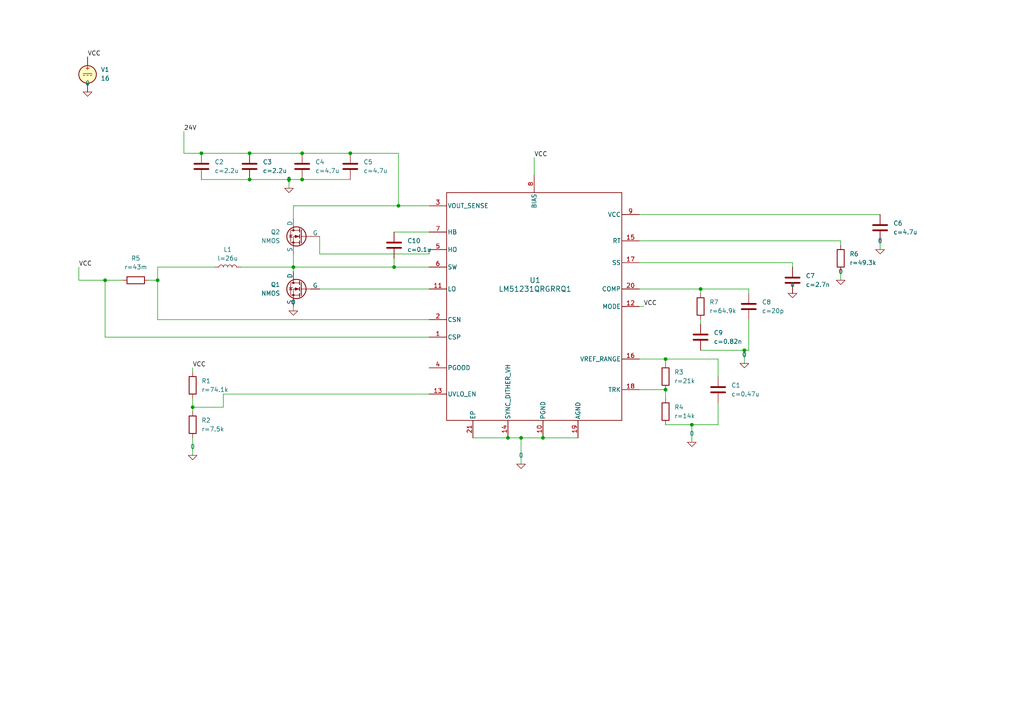
<source format=kicad_sch>
(kicad_sch (version 20231120) (generator "eeschema") (generator_version "8.0")
  (paper "A4")
  (lib_symbols
    (symbol "Device:C" (pin_numbers hide) (pin_names (offset 0.254))
      (property "Reference" "C" (at 0.635 2.54 0))
      (property "Value" "C" (at 0.635 -2.54 0))
      (symbol "C_0_1"
        (polyline (pts (xy -2.032 -0.762) (xy 2.032 -0.762)) (stroke (width 0.508)))
        (polyline (pts (xy -2.032 0.762) (xy 2.032 0.762)) (stroke (width 0.508)))
      )
      (symbol "C_1_1"
        (pin passive line (at 0 3.81 270) (length 2.794) (name "~") (number "1"))
        (pin passive line (at 0 -3.81 90) (length 2.794) (name "~") (number "2"))
      )
    )
    (symbol "Device:L" (pin_numbers hide) (pin_names (offset 1.016) hide)
      (property "Reference" "L" (at -1.27 0 90))
      (property "Value" "L" (at 1.905 0 90))
      (symbol "L_0_1"
        (arc (start 0 -2.54) (mid 0.6323 -1.905) (end 0 -1.27))
        (arc (start 0 -1.27) (mid 0.6323 -0.635) (end 0 0))
        (arc (start 0 0) (mid 0.6323 0.635) (end 0 1.27))
        (arc (start 0 1.27) (mid 0.6323 1.905) (end 0 2.54))
      )
      (symbol "L_1_1"
        (pin passive line (at 0 3.81 270) (length 1.27) (name "1") (number "1"))
        (pin passive line (at 0 -3.81 90) (length 1.27) (name "2") (number "2"))
      )
    )
    (symbol "Device:R" (pin_numbers hide) (pin_names (offset 0))
      (property "Reference" "R" (at 2.032 0 90))
      (property "Value" "R" (at 0 0 90))
      (symbol "R_0_1"
        (rectangle (start -1.016 -2.54) (end 1.016 2.54) (stroke (width 0.254)))
      )
      (symbol "R_1_1"
        (pin passive line (at 0 3.81 270) (length 1.27) (name "~") (number "1"))
        (pin passive line (at 0 -3.81 90) (length 1.27) (name "~") (number "2"))
      )
    )
    (symbol "LM51231QRGRRQ1:LM51231QRGRRQ1" (pin_names (offset 0.254))
      (property "Reference" "U1" (at 30.734 -20.32 0))
      (property "Value" "LM51231QRGRRQ1" (at 30.734 -22.86 0))
      (symbol "LM51231QRGRRQ1_0_1"
        (polyline (pts (xy 5.08 -60.96) (xy 55.88 -60.96)) (stroke (width 0.2032)))
        (polyline (pts (xy 5.08 5.08) (xy 5.08 -60.96)) (stroke (width 0.2032)))
        (polyline (pts (xy 55.88 -60.96) (xy 55.88 5.08)) (stroke (width 0.2032)))
        (polyline (pts (xy 55.88 5.08) (xy 5.08 5.08)) (stroke (width 0.2032)))
        (pin unspecified line (at 0 -36.83 0) (length 5.08) (name "CSP") (number "1"))
        (pin power_in line (at 33.02 -66.04 90) (length 5.08) (name "PGND") (number "10"))
        (pin output line (at 0 -22.86 0) (length 5.08) (name "LO") (number "11"))
        (pin unspecified line (at 60.96 -27.94 180) (length 5.08) (name "MODE") (number "12"))
        (pin input line (at 0 -53.34 0) (length 5.08) (name "UVLO_EN") (number "13"))
        (pin unspecified line (at 22.86 -66.04 90) (length 5.08) (name "SYNC_DITHER_VH") (number "14"))
        (pin unspecified line (at 60.96 -8.89 180) (length 5.08) (name "RT") (number "15"))
        (pin unspecified line (at 60.96 -43.18 180) (length 5.08) (name "VREF_RANGE") (number "16"))
        (pin unspecified line (at 60.96 -15.24 180) (length 5.08) (name "SS") (number "17"))
        (pin unspecified line (at 60.96 -52.07 180) (length 5.08) (name "TRK") (number "18"))
        (pin power_in line (at 43.18 -66.04 90) (length 5.08) (name "AGND") (number "19"))
        (pin unspecified line (at 0 -31.75 0) (length 5.08) (name "CSN") (number "2"))
        (pin unspecified line (at 60.96 -22.86 180) (length 5.08) (name "COMP") (number "20"))
        (pin unspecified line (at 12.7 -66.04 90) (length 5.08) (name "EP") (number "21"))
        (pin power_in line (at 0 1.27 0) (length 5.08) (name "VOUT_SENSE") (number "3"))
        (pin open_collector line (at 0 -45.72 0) (length 5.08) (name "PGOOD") (number "4"))
        (pin output line (at 0 -11.43 0) (length 5.08) (name "HO") (number "5"))
        (pin unspecified line (at 0 -16.51 0) (length 5.08) (name "SW") (number "6"))
        (pin unspecified line (at 0 -6.35 0) (length 5.08) (name "HB") (number "7"))
        (pin unspecified line (at 30.48 10.16 270) (length 5.08) (name "BIAS") (number "8"))
        (pin power_in line (at 60.96 -1.27 180) (length 5.08) (name "VCC") (number "9"))
      )
    )
    (symbol "Simulation_SPICE:0" (power) (pin_numbers hide) (pin_names (offset 0) hide)
      (property "Value" "0" (at 0 -2.54 0))
      (symbol "0_0_1"
        (polyline (pts (xy -1.27 0) (xy 0 -1.27) (xy 1.27 0) (xy -1.27 0)))
      )
      (symbol "0_1_1"
        (pin power_in line (at 0 0 0) (length 0) (name "~") (number "1"))
      )
    )
    (symbol "Simulation_SPICE:NMOS" (pin_numbers hide) (pin_names (offset 0))
      (property "Reference" "Q" (at 5.08 1.27 0))
      (property "Value" "NMOS" (at 5.08 -1.27 0))
      (symbol "NMOS_0_1"
        (polyline (pts (xy 0.254 0) (xy -2.54 0)))
        (polyline (pts (xy 0.254 1.905) (xy 0.254 -1.905)) (stroke (width 0.254)))
        (polyline (pts (xy 0.762 -1.27) (xy 0.762 -2.286)) (stroke (width 0.254)))
        (polyline (pts (xy 0.762 0.508) (xy 0.762 -0.508)) (stroke (width 0.254)))
        (polyline (pts (xy 0.762 2.286) (xy 0.762 1.27)) (stroke (width 0.254)))
        (polyline (pts (xy 2.54 2.54) (xy 2.54 1.778)))
        (polyline (pts (xy 2.54 -2.54) (xy 2.54 0) (xy 0.762 0)))
        (polyline (pts (xy 0.762 -1.778) (xy 3.302 -1.778) (xy 3.302 1.778) (xy 0.762 1.778)))
        (polyline (pts (xy 1.016 0) (xy 2.032 0.381) (xy 2.032 -0.381) (xy 1.016 0)) (fill (type outline)))
        (polyline (pts (xy 2.794 0.508) (xy 2.921 0.381) (xy 3.683 0.381) (xy 3.81 0.254)))
        (polyline (pts (xy 3.302 0.381) (xy 2.921 -0.254) (xy 3.683 -0.254) (xy 3.302 0.381)))
        (circle (center 1.651 0) (radius 2.794) (stroke (width 0.254)))
        (circle (center 2.54 -1.778) (radius 0.254) (fill (type outline)))
        (circle (center 2.54 1.778) (radius 0.254) (fill (type outline)))
      )
      (symbol "NMOS_1_1"
        (pin passive line (at 2.54 5.08 270) (length 2.54) (name "D") (number "1"))
        (pin input line (at -5.08 0 0) (length 2.54) (name "G") (number "2"))
        (pin passive line (at 2.54 -5.08 90) (length 2.54) (name "S") (number "3"))
      )
    )
    (symbol "Simulation_SPICE:VDC" (pin_numbers hide) (pin_names (offset 0.0254))
      (property "Reference" "V" (at 2.54 2.54 0))
      (property "Value" "1" (at 2.54 0 0))
      (symbol "VDC_0_0"
        (polyline (pts (xy -1.27 0.254) (xy 1.27 0.254)))
        (polyline (pts (xy -0.762 -0.254) (xy -1.27 -0.254)))
        (polyline (pts (xy 0.254 -0.254) (xy -0.254 -0.254)))
        (polyline (pts (xy 1.27 -0.254) (xy 0.762 -0.254)))
        (text "+" (at 0 1.905 0) (effects (font (size 1.27 1.27))))
      )
      (symbol "VDC_0_1"
        (circle (center 0 0) (radius 2.54) (stroke (width 0.254)) (fill (type background)))
      )
      (symbol "VDC_1_1"
        (pin passive line (at 0 5.08 270) (length 2.54) (name "~") (number "1"))
        (pin passive line (at 0 -5.08 90) (length 2.54) (name "~") (number "2"))
      )
    )
  )
  (junction (at 101.6 44.45))
  (junction (at 147.32 127))
  (junction (at 193.04 104.14))
  (junction (at 72.39 52.07))
  (junction (at 83.82 52.07))
  (junction (at 87.63 52.07))
  (junction (at 115.57 59.69))
  (junction (at 58.42 44.45))
  (junction (at 45.72 81.28))
  (junction (at 87.63 44.45))
  (junction (at 157.48 127))
  (junction (at 203.2 83.82))
  (junction (at 193.04 113.03))
  (junction (at 30.48 81.28))
  (junction (at 85.09 77.47))
  (junction (at 55.88 118.11))
  (junction (at 215.9 101.6))
  (junction (at 200.66 123.19))
  (junction (at 151.13 127))
  (junction (at 72.39 44.45))
  (junction (at 114.3 77.47))
  (wire (pts (xy 185.42 104.14) (xy 193.04 104.14)))
  (wire (pts (xy 55.88 127) (xy 55.88 132.08)))
  (wire (pts (xy 87.63 44.45) (xy 101.6 44.45)))
  (wire (pts (xy 30.48 97.79) (xy 30.48 81.28)))
  (wire (pts (xy 203.2 83.82) (xy 217.17 83.82)))
  (wire (pts (xy 53.34 38.1) (xy 53.34 44.45)))
  (wire (pts (xy 92.71 68.58) (xy 92.71 73.66)))
  (wire (pts (xy 151.13 127) (xy 157.48 127)))
  (wire (pts (xy 55.88 118.11) (xy 55.88 119.38)))
  (wire (pts (xy 185.42 76.2) (xy 229.87 76.2)))
  (wire (pts (xy 215.9 101.6) (xy 215.9 105.41)))
  (wire (pts (xy 45.72 92.71) (xy 124.46 92.71)))
  (wire (pts (xy 85.09 77.47) (xy 85.09 78.74)))
  (wire (pts (xy 115.57 44.45) (xy 115.57 59.69)))
  (wire (pts (xy 115.57 59.69) (xy 124.46 59.69)))
  (wire (pts (xy 64.77 118.11) (xy 55.88 118.11)))
  (wire (pts (xy 101.6 44.45) (xy 115.57 44.45)))
  (wire (pts (xy 83.82 52.07) (xy 83.82 54.61)))
  (wire (pts (xy 92.71 73.66) (xy 124.46 73.66)))
  (wire (pts (xy 193.04 123.19) (xy 200.66 123.19)))
  (wire (pts (xy 85.09 77.47) (xy 114.3 77.47)))
  (wire (pts (xy 200.66 123.19) (xy 208.28 123.19)))
  (wire (pts (xy 193.04 113.03) (xy 193.04 115.57)))
  (wire (pts (xy 229.87 77.47) (xy 229.87 76.2)))
  (wire (pts (xy 208.28 109.22) (xy 208.28 104.14)))
  (wire (pts (xy 208.28 123.19) (xy 208.28 116.84)))
  (wire (pts (xy 69.85 77.47) (xy 85.09 77.47)))
  (wire (pts (xy 185.42 88.9) (xy 186.69 88.9)))
  (wire (pts (xy 58.42 52.07) (xy 72.39 52.07)))
  (wire (pts (xy 30.48 81.28) (xy 35.56 81.28)))
  (wire (pts (xy 92.71 83.82) (xy 124.46 83.82)))
  (wire (pts (xy 83.82 52.07) (xy 87.63 52.07)))
  (wire (pts (xy 114.3 74.93) (xy 114.3 77.47)))
  (wire (pts (xy 154.94 45.72) (xy 154.94 50.8)))
  (wire (pts (xy 55.88 115.57) (xy 55.88 118.11)))
  (wire (pts (xy 85.09 59.69) (xy 115.57 59.69)))
  (wire (pts (xy 185.42 69.85) (xy 243.84 69.85)))
  (wire (pts (xy 85.09 88.9) (xy 85.09 90.17)))
  (wire (pts (xy 243.84 69.85) (xy 243.84 71.12)))
  (wire (pts (xy 137.16 127) (xy 147.32 127)))
  (wire (pts (xy 203.2 92.71) (xy 203.2 93.98)))
  (wire (pts (xy 193.04 104.14) (xy 193.04 105.41)))
  (wire (pts (xy 22.86 77.47) (xy 22.86 81.28)))
  (wire (pts (xy 185.42 83.82) (xy 203.2 83.82)))
  (wire (pts (xy 151.13 127) (xy 151.13 134.62)))
  (wire (pts (xy 22.86 81.28) (xy 30.48 81.28)))
  (wire (pts (xy 217.17 92.71) (xy 217.17 101.6)))
  (wire (pts (xy 124.46 97.79) (xy 30.48 97.79)))
  (wire (pts (xy 203.2 101.6) (xy 215.9 101.6)))
  (wire (pts (xy 157.48 127) (xy 167.64 127)))
  (wire (pts (xy 72.39 44.45) (xy 87.63 44.45)))
  (wire (pts (xy 255.27 69.85) (xy 255.27 72.39)))
  (wire (pts (xy 58.42 44.45) (xy 72.39 44.45)))
  (wire (pts (xy 208.28 104.14) (xy 193.04 104.14)))
  (wire (pts (xy 45.72 77.47) (xy 45.72 81.28)))
  (wire (pts (xy 147.32 127) (xy 151.13 127)))
  (wire (pts (xy 243.84 78.74) (xy 243.84 81.28)))
  (wire (pts (xy 124.46 73.66) (xy 124.46 72.39)))
  (wire (pts (xy 185.42 113.03) (xy 193.04 113.03)))
  (wire (pts (xy 87.63 52.07) (xy 101.6 52.07)))
  (wire (pts (xy 45.72 81.28) (xy 45.72 92.71)))
  (wire (pts (xy 114.3 67.31) (xy 124.46 67.31)))
  (wire (pts (xy 215.9 101.6) (xy 217.17 101.6)))
  (wire (pts (xy 64.77 114.3) (xy 64.77 118.11)))
  (wire (pts (xy 53.34 44.45) (xy 58.42 44.45)))
  (wire (pts (xy 114.3 77.47) (xy 124.46 77.47)))
  (wire (pts (xy 62.23 77.47) (xy 45.72 77.47)))
  (wire (pts (xy 124.46 114.3) (xy 64.77 114.3)))
  (wire (pts (xy 72.39 52.07) (xy 83.82 52.07)))
  (wire (pts (xy 43.18 81.28) (xy 45.72 81.28)))
  (wire (pts (xy 203.2 83.82) (xy 203.2 85.09)))
  (wire (pts (xy 85.09 63.5) (xy 85.09 59.69)))
  (wire (pts (xy 185.42 62.23) (xy 255.27 62.23)))
  (wire (pts (xy 200.66 123.19) (xy 200.66 128.27)))
  (wire (pts (xy 55.88 106.68) (xy 55.88 107.95)))
  (wire (pts (xy 85.09 73.66) (xy 85.09 77.47)))
  (wire (pts (xy 217.17 83.82) (xy 217.17 85.09)))
  (label "24V" (at 53.34 38.1 0))
  (label "VCC" (at 22.86 77.47 0))
  (label "VCC" (at 154.94 45.72 0))
  (label "VCC" (at 186.69 88.9 0))
  (label "VCC" (at 25.4 16.51 0))
  (label "VCC" (at 55.88 106.68 0))
  (symbol (lib_id "Device:R") (at 39.37 81.28 90) (unit 1)
    (property "Reference" "R5" (at 39.37 74.93 90))
    (property "Value" "${SIM.PARAMS}" (at 39.37 77.47 90))
    (property "Description" "Resistor" (effects (hide yes)))
    (property "Sim.Device" "R" (effects (hide yes)))
    (property "Sim.Type" "=" (effects (hide yes)))
    (property "Sim.Params" "r=43m" (effects (hide yes)))
    (property "Sim.Pins" "1=+ 2=-" (effects (hide yes)))
  )
  (symbol (lib_id "Simulation_SPICE:0") (at 215.9 105.41 0) (unit 1)
    (property "Reference" "#GND010" (effects (hide yes)))
    (property "Value" "0" (at 215.9 102.87 0))
    (property "Datasheet" "https://ngspice.sourceforge.io/docs/ngspice-html-manual/manual.xhtml#subsec_Circuit_elements__device" (effects (hide yes)))
    (property "Description" "0V reference potential for simulation" (effects (hide yes)))
  )
  (symbol (lib_id "Device:C") (at 208.28 113.03 0) (unit 1)
    (property "Reference" "C1" (at 212.09 111.7599 0) (effects (justify left)))
    (property "Value" "${SIM.PARAMS}" (at 212.09 114.2999 0) (effects (justify left)))
    (property "Description" "Unpolarized capacitor" (effects (hide yes)))
    (property "Sim.Device" "C" (effects (hide yes)))
    (property "Sim.Type" "=" (effects (hide yes)))
    (property "Sim.Params" "c=0.47u" (effects (hide yes)))
    (property "Sim.Pins" "1=+ 2=-" (effects (hide yes)))
  )
  (symbol (lib_id "Device:C") (at 101.6 48.26 0) (unit 1)
    (property "Reference" "C5" (at 105.41 46.9899 0) (effects (justify left)))
    (property "Value" "${SIM.PARAMS}" (at 105.41 49.5299 0) (effects (justify left)))
    (property "Description" "Unpolarized capacitor" (effects (hide yes)))
    (property "Sim.Device" "C" (effects (hide yes)))
    (property "Sim.Type" "=" (effects (hide yes)))
    (property "Sim.Params" "c=4.7u" (effects (hide yes)))
    (property "Sim.Pins" "1=+ 2=-" (effects (hide yes)))
  )
  (symbol (lib_id "Simulation_SPICE:0") (at 55.88 132.08 0) (unit 1)
    (property "Reference" "#GND03" (effects (hide yes)))
    (property "Value" "0" (at 55.88 129.54 0))
    (property "Datasheet" "https://ngspice.sourceforge.io/docs/ngspice-html-manual/manual.xhtml#subsec_Circuit_elements__device" (effects (hide yes)))
    (property "Description" "0V reference potential for simulation" (effects (hide yes)))
  )
  (symbol (lib_id "Device:C") (at 255.27 66.04 0) (unit 1)
    (property "Reference" "C6" (at 259.08 64.7699 0) (effects (justify left)))
    (property "Value" "${SIM.PARAMS}" (at 259.08 67.3099 0) (effects (justify left)))
    (property "Description" "Unpolarized capacitor" (effects (hide yes)))
    (property "Sim.Device" "C" (effects (hide yes)))
    (property "Sim.Type" "=" (effects (hide yes)))
    (property "Sim.Params" "c=4.7u" (effects (hide yes)))
    (property "Sim.Pins" "1=+ 2=-" (effects (hide yes)))
  )
  (symbol (lib_id "Device:C") (at 72.39 48.26 0) (unit 1)
    (property "Reference" "C3" (at 76.2 46.9899 0) (effects (justify left)))
    (property "Value" "${SIM.PARAMS}" (at 76.2 49.5299 0) (effects (justify left)))
    (property "Description" "Unpolarized capacitor" (effects (hide yes)))
    (property "Sim.Device" "C" (effects (hide yes)))
    (property "Sim.Type" "=" (effects (hide yes)))
    (property "Sim.Params" "c=2.2u" (effects (hide yes)))
    (property "Sim.Pins" "1=+ 2=-" (effects (hide yes)))
  )
  (symbol (lib_id "Simulation_SPICE:0") (at 25.4 26.67 0) (unit 1)
    (property "Reference" "#GND01" (effects (hide yes)))
    (property "Value" "0" (at 25.4 24.13 0))
    (property "Datasheet" "https://ngspice.sourceforge.io/docs/ngspice-html-manual/manual.xhtml#subsec_Circuit_elements__device" (effects (hide yes)))
    (property "Description" "0V reference potential for simulation" (effects (hide yes)))
  )
  (symbol (lib_id "Device:R") (at 193.04 119.38 0) (unit 1)
    (property "Reference" "R4" (at 195.58 118.1099 0) (effects (justify left)))
    (property "Value" "${SIM.PARAMS}" (at 195.58 120.6499 0) (effects (justify left)))
    (property "Description" "Resistor" (effects (hide yes)))
    (property "Sim.Device" "R" (effects (hide yes)))
    (property "Sim.Type" "=" (effects (hide yes)))
    (property "Sim.Params" "r=14k" (effects (hide yes)))
    (property "Sim.Pins" "1=+ 2=-" (effects (hide yes)))
  )
  (symbol (lib_id "Simulation_SPICE:0") (at 200.66 128.27 0) (unit 1)
    (property "Reference" "#GND04" (effects (hide yes)))
    (property "Value" "0" (at 200.66 125.73 0))
    (property "Datasheet" "https://ngspice.sourceforge.io/docs/ngspice-html-manual/manual.xhtml#subsec_Circuit_elements__device" (effects (hide yes)))
    (property "Description" "0V reference potential for simulation" (effects (hide yes)))
  )
  (symbol (lib_id "Device:L") (at 66.04 77.47 90) (unit 1)
    (property "Reference" "L1" (at 66.04 72.39 90))
    (property "Value" "${SIM.PARAMS}" (at 66.04 74.93 90))
    (property "Description" "Inductor" (effects (hide yes)))
    (property "Sim.Device" "L" (effects (hide yes)))
    (property "Sim.Type" "=" (effects (hide yes)))
    (property "Sim.Params" "l=26u" (effects (hide yes)))
    (property "Sim.Pins" "1=+ 2=-" (effects (hide yes)))
  )
  (symbol (lib_id "LM51231QRGRRQ1:LM51231QRGRRQ1") (at 124.46 60.96 0) (unit 1)
    (property "Reference" "U1" (at 155.194 81.28 0) (effects (font (size 1.524 1.524))))
    (property "Value" "LM51231QRGRRQ1" (at 155.194 83.82 0) (effects (font (size 1.524 1.524))))
    (property "Footprint" "RGR0020C-IPC_A" (effects (hide yes)))
    (property "Datasheet" "LM51231QRGRRQ1" (effects (hide yes)))
  )
  (symbol (lib_id "Device:C") (at 114.3 71.12 0) (unit 1)
    (property "Reference" "C10" (at 118.11 69.8499 0) (effects (justify left)))
    (property "Value" "${SIM.PARAMS}" (at 118.11 72.3899 0) (effects (justify left)))
    (property "Description" "Unpolarized capacitor" (effects (hide yes)))
    (property "Sim.Device" "C" (effects (hide yes)))
    (property "Sim.Type" "=" (effects (hide yes)))
    (property "Sim.Params" "c=0.1u" (effects (hide yes)))
    (property "Sim.Pins" "1=+ 2=-" (effects (hide yes)))
  )
  (symbol (lib_id "Device:C") (at 217.17 88.9 0) (unit 1)
    (property "Reference" "C8" (at 220.98 87.6299 0) (effects (justify left)))
    (property "Value" "${SIM.PARAMS}" (at 220.98 90.1699 0) (effects (justify left)))
    (property "Description" "Unpolarized capacitor" (effects (hide yes)))
    (property "Sim.Device" "C" (effects (hide yes)))
    (property "Sim.Type" "=" (effects (hide yes)))
    (property "Sim.Params" "c=20p" (effects (hide yes)))
    (property "Sim.Pins" "1=+ 2=-" (effects (hide yes)))
  )
  (symbol (lib_id "Device:R") (at 55.88 111.76 0) (unit 1)
    (property "Reference" "R1" (at 58.42 110.4899 0) (effects (justify left)))
    (property "Value" "${SIM.PARAMS}" (at 58.42 113.0299 0) (effects (justify left)))
    (property "Description" "Resistor" (effects (hide yes)))
    (property "Sim.Device" "R" (effects (hide yes)))
    (property "Sim.Type" "=" (effects (hide yes)))
    (property "Sim.Params" "r=74.1k" (effects (hide yes)))
    (property "Sim.Pins" "1=+ 2=-" (effects (hide yes)))
  )
  (symbol (lib_id "Simulation_SPICE:0") (at 151.13 134.62 0) (unit 1)
    (property "Reference" "#GND02" (effects (hide yes)))
    (property "Value" "0" (at 151.13 132.08 0))
    (property "Datasheet" "https://ngspice.sourceforge.io/docs/ngspice-html-manual/manual.xhtml#subsec_Circuit_elements__device" (effects (hide yes)))
    (property "Description" "0V reference potential for simulation" (effects (hide yes)))
  )
  (symbol (lib_id "Simulation_SPICE:NMOS") (at 87.63 68.58 0) (mirror y) (unit 1)
    (property "Reference" "Q2" (at 81.28 67.3099 0) (effects (justify left)))
    (property "Value" "NMOS" (at 81.28 69.8499 0) (effects (justify left)))
    (property "Datasheet" "https://ngspice.sourceforge.io/docs/ngspice-html-manual/manual.xhtml#cha_MOSFETs" (effects (hide yes)))
    (property "Description" "N-MOSFET transistor, drain/source/gate" (effects (hide yes)))
    (property "Sim.Device" "NMOS" (effects (hide yes)))
    (property "Sim.Type" "VDMOS" (effects (hide yes)))
    (property "Sim.Pins" "1=D 2=G 3=S" (effects (hide yes)))
  )
  (symbol (lib_id "Device:C") (at 229.87 81.28 0) (unit 1)
    (property "Reference" "C7" (at 233.68 80.0099 0) (effects (justify left)))
    (property "Value" "${SIM.PARAMS}" (at 233.68 82.5499 0) (effects (justify left)))
    (property "Description" "Unpolarized capacitor" (effects (hide yes)))
    (property "Sim.Device" "C" (effects (hide yes)))
    (property "Sim.Type" "=" (effects (hide yes)))
    (property "Sim.Params" "c=2.7n" (effects (hide yes)))
    (property "Sim.Pins" "1=+ 2=-" (effects (hide yes)))
  )
  (symbol (lib_id "Simulation_SPICE:NMOS") (at 87.63 83.82 0) (mirror y) (unit 1)
    (property "Reference" "Q1" (at 81.28 82.5499 0) (effects (justify left)))
    (property "Value" "NMOS" (at 81.28 85.0899 0) (effects (justify left)))
    (property "Datasheet" "https://ngspice.sourceforge.io/docs/ngspice-html-manual/manual.xhtml#cha_MOSFETs" (effects (hide yes)))
    (property "Description" "N-MOSFET transistor, drain/source/gate" (effects (hide yes)))
    (property "Sim.Device" "NMOS" (effects (hide yes)))
    (property "Sim.Type" "VDMOS" (effects (hide yes)))
    (property "Sim.Pins" "1=D 2=G 3=S" (effects (hide yes)))
  )
  (symbol (lib_id "Device:R") (at 55.88 123.19 0) (unit 1)
    (property "Reference" "R2" (at 58.42 121.9199 0) (effects (justify left)))
    (property "Value" "${SIM.PARAMS}" (at 58.42 124.4599 0) (effects (justify left)))
    (property "Description" "Resistor" (effects (hide yes)))
    (property "Sim.Device" "R" (effects (hide yes)))
    (property "Sim.Type" "=" (effects (hide yes)))
    (property "Sim.Params" "r=7.5k" (effects (hide yes)))
    (property "Sim.Pins" "1=+ 2=-" (effects (hide yes)))
  )
  (symbol (lib_id "Device:R") (at 193.04 109.22 0) (unit 1)
    (property "Reference" "R3" (at 195.58 107.9499 0) (effects (justify left)))
    (property "Value" "${SIM.PARAMS}" (at 195.58 110.4899 0) (effects (justify left)))
    (property "Description" "Resistor" (effects (hide yes)))
    (property "Sim.Device" "R" (effects (hide yes)))
    (property "Sim.Type" "=" (effects (hide yes)))
    (property "Sim.Params" "r=21k" (effects (hide yes)))
    (property "Sim.Pins" "1=+ 2=-" (effects (hide yes)))
  )
  (symbol (lib_id "Device:C") (at 87.63 48.26 0) (unit 1)
    (property "Reference" "C4" (at 91.44 46.9899 0) (effects (justify left)))
    (property "Value" "${SIM.PARAMS}" (at 91.44 49.5299 0) (effects (justify left)))
    (property "Description" "Unpolarized capacitor" (effects (hide yes)))
    (property "Sim.Device" "C" (effects (hide yes)))
    (property "Sim.Type" "=" (effects (hide yes)))
    (property "Sim.Params" "c=4.7u" (effects (hide yes)))
    (property "Sim.Pins" "1=+ 2=-" (effects (hide yes)))
  )
  (symbol (lib_id "Device:R") (at 203.2 88.9 0) (unit 1)
    (property "Reference" "R7" (at 205.74 87.6299 0) (effects (justify left)))
    (property "Value" "${SIM.PARAMS}" (at 205.74 90.1699 0) (effects (justify left)))
    (property "Description" "Resistor" (effects (hide yes)))
    (property "Sim.Device" "R" (effects (hide yes)))
    (property "Sim.Type" "=" (effects (hide yes)))
    (property "Sim.Params" "r=64.9k" (effects (hide yes)))
    (property "Sim.Pins" "1=+ 2=-" (effects (hide yes)))
  )
  (symbol (lib_id "Device:C") (at 58.42 48.26 0) (unit 1)
    (property "Reference" "C2" (at 62.23 46.9899 0) (effects (justify left)))
    (property "Value" "${SIM.PARAMS}" (at 62.23 49.5299 0) (effects (justify left)))
    (property "Description" "Unpolarized capacitor" (effects (hide yes)))
    (property "Sim.Device" "C" (effects (hide yes)))
    (property "Sim.Type" "=" (effects (hide yes)))
    (property "Sim.Params" "c=2.2u" (effects (hide yes)))
    (property "Sim.Pins" "1=+ 2=-" (effects (hide yes)))
  )
  (symbol (lib_id "Simulation_SPICE:0") (at 255.27 72.39 0) (unit 1)
    (property "Reference" "#GND07" (effects (hide yes)))
    (property "Value" "0" (at 255.27 69.85 0))
    (property "Datasheet" "https://ngspice.sourceforge.io/docs/ngspice-html-manual/manual.xhtml#subsec_Circuit_elements__device" (effects (hide yes)))
    (property "Description" "0V reference potential for simulation" (effects (hide yes)))
  )
  (symbol (lib_id "Simulation_SPICE:0") (at 229.87 85.09 0) (unit 1)
    (property "Reference" "#GND09" (effects (hide yes)))
    (property "Value" "0" (at 229.87 82.55 0))
    (property "Datasheet" "https://ngspice.sourceforge.io/docs/ngspice-html-manual/manual.xhtml#subsec_Circuit_elements__device" (effects (hide yes)))
    (property "Description" "0V reference potential for simulation" (effects (hide yes)))
  )
  (symbol (lib_id "Simulation_SPICE:0") (at 243.84 81.28 0) (unit 1)
    (property "Reference" "#GND08" (effects (hide yes)))
    (property "Value" "0" (at 243.84 78.74 0))
    (property "Datasheet" "https://ngspice.sourceforge.io/docs/ngspice-html-manual/manual.xhtml#subsec_Circuit_elements__device" (effects (hide yes)))
    (property "Description" "0V reference potential for simulation" (effects (hide yes)))
  )
  (symbol (lib_id "Device:R") (at 243.84 74.93 0) (unit 1)
    (property "Reference" "R6" (at 246.38 73.6599 0) (effects (justify left)))
    (property "Value" "${SIM.PARAMS}" (at 246.38 76.1999 0) (effects (justify left)))
    (property "Description" "Resistor" (effects (hide yes)))
    (property "Sim.Device" "R" (effects (hide yes)))
    (property "Sim.Type" "=" (effects (hide yes)))
    (property "Sim.Params" "r=49.3k" (effects (hide yes)))
    (property "Sim.Pins" "1=+ 2=-" (effects (hide yes)))
  )
  (symbol (lib_id "Simulation_SPICE:0") (at 85.09 90.17 0) (unit 1)
    (property "Reference" "#GND05" (effects (hide yes)))
    (property "Value" "0" (at 85.09 87.63 0))
    (property "Datasheet" "https://ngspice.sourceforge.io/docs/ngspice-html-manual/manual.xhtml#subsec_Circuit_elements__device" (effects (hide yes)))
    (property "Description" "0V reference potential for simulation" (effects (hide yes)))
  )
  (symbol (lib_id "Simulation_SPICE:VDC") (at 25.4 21.59 0) (unit 1)
    (property "Reference" "V1" (at 29.21 20.1901 0) (effects (justify left)))
    (property "Value" "16" (at 29.21 22.7301 0) (effects (justify left)))
    (property "Datasheet" "https://ngspice.sourceforge.io/docs/ngspice-html-manual/manual.xhtml#sec_Independent_Sources_for" (effects (hide yes)))
    (property "Description" "Voltage source, DC" (effects (hide yes)))
    (property "Sim.Pins" "1=+ 2=-" (effects (hide yes)))
    (property "Sim.Type" "DC" (effects (hide yes)))
    (property "Sim.Device" "V" (effects (hide yes)))
  )
  (symbol (lib_id "Simulation_SPICE:0") (at 83.82 54.61 0) (unit 1)
    (property "Reference" "#GND06" (effects (hide yes)))
    (property "Value" "0" (at 83.82 52.07 0))
    (property "Datasheet" "https://ngspice.sourceforge.io/docs/ngspice-html-manual/manual.xhtml#subsec_Circuit_elements__device" (effects (hide yes)))
    (property "Description" "0V reference potential for simulation" (effects (hide yes)))
  )
  (symbol (lib_id "Device:C") (at 203.2 97.79 0) (unit 1)
    (property "Reference" "C9" (at 207.01 96.5199 0) (effects (justify left)))
    (property "Value" "${SIM.PARAMS}" (at 207.01 99.0599 0) (effects (justify left)))
    (property "Description" "Unpolarized capacitor" (effects (hide yes)))
    (property "Sim.Device" "C" (effects (hide yes)))
    (property "Sim.Type" "=" (effects (hide yes)))
    (property "Sim.Params" "c=0.82n" (effects (hide yes)))
    (property "Sim.Pins" "1=+ 2=-" (effects (hide yes)))
  )
)
</source>
